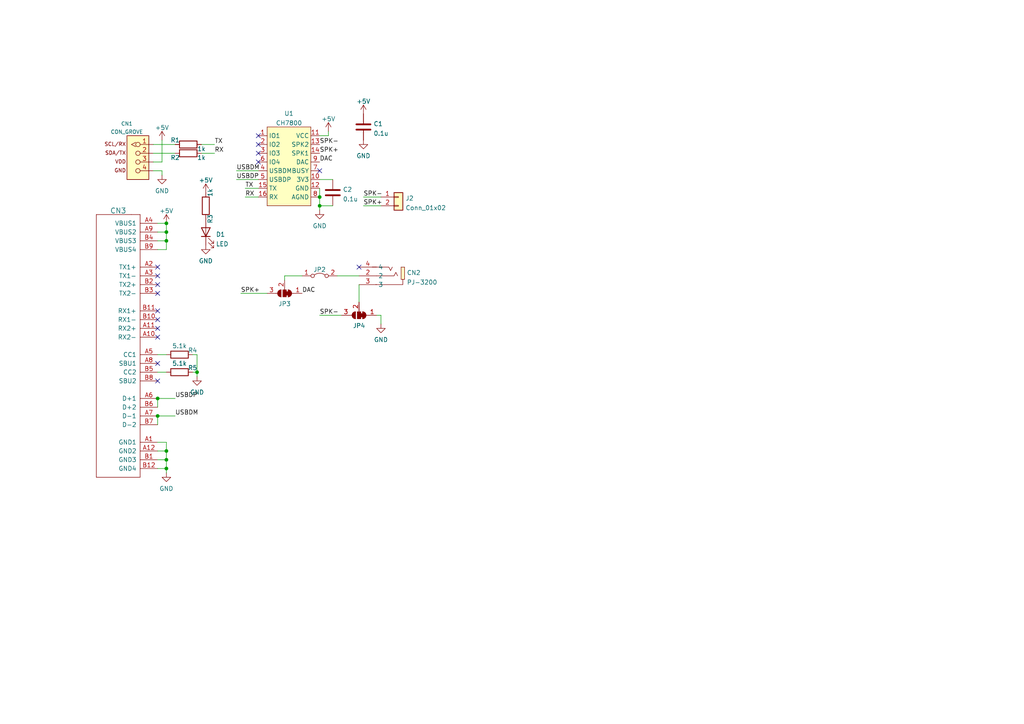
<source format=kicad_sch>
(kicad_sch (version 20211123) (generator eeschema)

  (uuid e63e39d7-6ac0-4ffd-8aa3-1841a4541b55)

  (paper "A4")

  (lib_symbols
    (symbol "Connector_Generic:Conn_01x02" (pin_names (offset 1.016) hide) (in_bom yes) (on_board yes)
      (property "Reference" "J" (id 0) (at 0 2.54 0)
        (effects (font (size 1.27 1.27)))
      )
      (property "Value" "Conn_01x02" (id 1) (at 0 -5.08 0)
        (effects (font (size 1.27 1.27)))
      )
      (property "Footprint" "" (id 2) (at 0 0 0)
        (effects (font (size 1.27 1.27)) hide)
      )
      (property "Datasheet" "~" (id 3) (at 0 0 0)
        (effects (font (size 1.27 1.27)) hide)
      )
      (property "ki_keywords" "connector" (id 4) (at 0 0 0)
        (effects (font (size 1.27 1.27)) hide)
      )
      (property "ki_description" "Generic connector, single row, 01x02, script generated (kicad-library-utils/schlib/autogen/connector/)" (id 5) (at 0 0 0)
        (effects (font (size 1.27 1.27)) hide)
      )
      (property "ki_fp_filters" "Connector*:*_1x??_*" (id 6) (at 0 0 0)
        (effects (font (size 1.27 1.27)) hide)
      )
      (symbol "Conn_01x02_1_1"
        (rectangle (start -1.27 -2.413) (end 0 -2.667)
          (stroke (width 0.1524) (type default) (color 0 0 0 0))
          (fill (type none))
        )
        (rectangle (start -1.27 0.127) (end 0 -0.127)
          (stroke (width 0.1524) (type default) (color 0 0 0 0))
          (fill (type none))
        )
        (rectangle (start -1.27 1.27) (end 1.27 -3.81)
          (stroke (width 0.254) (type default) (color 0 0 0 0))
          (fill (type background))
        )
        (pin passive line (at -5.08 0 0) (length 3.81)
          (name "Pin_1" (effects (font (size 1.27 1.27))))
          (number "1" (effects (font (size 1.27 1.27))))
        )
        (pin passive line (at -5.08 -2.54 0) (length 3.81)
          (name "Pin_2" (effects (font (size 1.27 1.27))))
          (number "2" (effects (font (size 1.27 1.27))))
        )
      )
    )
    (symbol "Device:C" (pin_numbers hide) (pin_names (offset 0.254)) (in_bom yes) (on_board yes)
      (property "Reference" "C" (id 0) (at 0.635 2.54 0)
        (effects (font (size 1.27 1.27)) (justify left))
      )
      (property "Value" "C" (id 1) (at 0.635 -2.54 0)
        (effects (font (size 1.27 1.27)) (justify left))
      )
      (property "Footprint" "" (id 2) (at 0.9652 -3.81 0)
        (effects (font (size 1.27 1.27)) hide)
      )
      (property "Datasheet" "~" (id 3) (at 0 0 0)
        (effects (font (size 1.27 1.27)) hide)
      )
      (property "ki_keywords" "cap capacitor" (id 4) (at 0 0 0)
        (effects (font (size 1.27 1.27)) hide)
      )
      (property "ki_description" "Unpolarized capacitor" (id 5) (at 0 0 0)
        (effects (font (size 1.27 1.27)) hide)
      )
      (property "ki_fp_filters" "C_*" (id 6) (at 0 0 0)
        (effects (font (size 1.27 1.27)) hide)
      )
      (symbol "C_0_1"
        (polyline
          (pts
            (xy -2.032 -0.762)
            (xy 2.032 -0.762)
          )
          (stroke (width 0.508) (type default) (color 0 0 0 0))
          (fill (type none))
        )
        (polyline
          (pts
            (xy -2.032 0.762)
            (xy 2.032 0.762)
          )
          (stroke (width 0.508) (type default) (color 0 0 0 0))
          (fill (type none))
        )
      )
      (symbol "C_1_1"
        (pin passive line (at 0 3.81 270) (length 2.794)
          (name "~" (effects (font (size 1.27 1.27))))
          (number "1" (effects (font (size 1.27 1.27))))
        )
        (pin passive line (at 0 -3.81 90) (length 2.794)
          (name "~" (effects (font (size 1.27 1.27))))
          (number "2" (effects (font (size 1.27 1.27))))
        )
      )
    )
    (symbol "Device:LED" (pin_numbers hide) (pin_names (offset 1.016) hide) (in_bom yes) (on_board yes)
      (property "Reference" "D" (id 0) (at 0 2.54 0)
        (effects (font (size 1.27 1.27)))
      )
      (property "Value" "LED" (id 1) (at 0 -2.54 0)
        (effects (font (size 1.27 1.27)))
      )
      (property "Footprint" "" (id 2) (at 0 0 0)
        (effects (font (size 1.27 1.27)) hide)
      )
      (property "Datasheet" "~" (id 3) (at 0 0 0)
        (effects (font (size 1.27 1.27)) hide)
      )
      (property "ki_keywords" "LED diode" (id 4) (at 0 0 0)
        (effects (font (size 1.27 1.27)) hide)
      )
      (property "ki_description" "Light emitting diode" (id 5) (at 0 0 0)
        (effects (font (size 1.27 1.27)) hide)
      )
      (property "ki_fp_filters" "LED* LED_SMD:* LED_THT:*" (id 6) (at 0 0 0)
        (effects (font (size 1.27 1.27)) hide)
      )
      (symbol "LED_0_1"
        (polyline
          (pts
            (xy -1.27 -1.27)
            (xy -1.27 1.27)
          )
          (stroke (width 0.254) (type default) (color 0 0 0 0))
          (fill (type none))
        )
        (polyline
          (pts
            (xy -1.27 0)
            (xy 1.27 0)
          )
          (stroke (width 0) (type default) (color 0 0 0 0))
          (fill (type none))
        )
        (polyline
          (pts
            (xy 1.27 -1.27)
            (xy 1.27 1.27)
            (xy -1.27 0)
            (xy 1.27 -1.27)
          )
          (stroke (width 0.254) (type default) (color 0 0 0 0))
          (fill (type none))
        )
        (polyline
          (pts
            (xy -3.048 -0.762)
            (xy -4.572 -2.286)
            (xy -3.81 -2.286)
            (xy -4.572 -2.286)
            (xy -4.572 -1.524)
          )
          (stroke (width 0) (type default) (color 0 0 0 0))
          (fill (type none))
        )
        (polyline
          (pts
            (xy -1.778 -0.762)
            (xy -3.302 -2.286)
            (xy -2.54 -2.286)
            (xy -3.302 -2.286)
            (xy -3.302 -1.524)
          )
          (stroke (width 0) (type default) (color 0 0 0 0))
          (fill (type none))
        )
      )
      (symbol "LED_1_1"
        (pin passive line (at -3.81 0 0) (length 2.54)
          (name "K" (effects (font (size 1.27 1.27))))
          (number "1" (effects (font (size 1.27 1.27))))
        )
        (pin passive line (at 3.81 0 180) (length 2.54)
          (name "A" (effects (font (size 1.27 1.27))))
          (number "2" (effects (font (size 1.27 1.27))))
        )
      )
    )
    (symbol "Device:R" (pin_numbers hide) (pin_names (offset 0)) (in_bom yes) (on_board yes)
      (property "Reference" "R" (id 0) (at 2.032 0 90)
        (effects (font (size 1.27 1.27)))
      )
      (property "Value" "R" (id 1) (at 0 0 90)
        (effects (font (size 1.27 1.27)))
      )
      (property "Footprint" "" (id 2) (at -1.778 0 90)
        (effects (font (size 1.27 1.27)) hide)
      )
      (property "Datasheet" "~" (id 3) (at 0 0 0)
        (effects (font (size 1.27 1.27)) hide)
      )
      (property "ki_keywords" "R res resistor" (id 4) (at 0 0 0)
        (effects (font (size 1.27 1.27)) hide)
      )
      (property "ki_description" "Resistor" (id 5) (at 0 0 0)
        (effects (font (size 1.27 1.27)) hide)
      )
      (property "ki_fp_filters" "R_*" (id 6) (at 0 0 0)
        (effects (font (size 1.27 1.27)) hide)
      )
      (symbol "R_0_1"
        (rectangle (start -1.016 -2.54) (end 1.016 2.54)
          (stroke (width 0.254) (type default) (color 0 0 0 0))
          (fill (type none))
        )
      )
      (symbol "R_1_1"
        (pin passive line (at 0 3.81 270) (length 1.27)
          (name "~" (effects (font (size 1.27 1.27))))
          (number "1" (effects (font (size 1.27 1.27))))
        )
        (pin passive line (at 0 -3.81 90) (length 1.27)
          (name "~" (effects (font (size 1.27 1.27))))
          (number "2" (effects (font (size 1.27 1.27))))
        )
      )
    )
    (symbol "Jumper:Jumper_2_Bridged" (pin_names (offset 0) hide) (in_bom yes) (on_board yes)
      (property "Reference" "JP" (id 0) (at 0 1.905 0)
        (effects (font (size 1.27 1.27)))
      )
      (property "Value" "Jumper_2_Bridged" (id 1) (at 0 -2.54 0)
        (effects (font (size 1.27 1.27)))
      )
      (property "Footprint" "" (id 2) (at 0 0 0)
        (effects (font (size 1.27 1.27)) hide)
      )
      (property "Datasheet" "~" (id 3) (at 0 0 0)
        (effects (font (size 1.27 1.27)) hide)
      )
      (property "ki_keywords" "Jumper SPST" (id 4) (at 0 0 0)
        (effects (font (size 1.27 1.27)) hide)
      )
      (property "ki_description" "Jumper, 2-pole, closed/bridged" (id 5) (at 0 0 0)
        (effects (font (size 1.27 1.27)) hide)
      )
      (property "ki_fp_filters" "Jumper* TestPoint*2Pads* TestPoint*Bridge*" (id 6) (at 0 0 0)
        (effects (font (size 1.27 1.27)) hide)
      )
      (symbol "Jumper_2_Bridged_0_0"
        (circle (center -2.032 0) (radius 0.508)
          (stroke (width 0) (type default) (color 0 0 0 0))
          (fill (type none))
        )
        (circle (center 2.032 0) (radius 0.508)
          (stroke (width 0) (type default) (color 0 0 0 0))
          (fill (type none))
        )
      )
      (symbol "Jumper_2_Bridged_0_1"
        (arc (start 1.524 0.254) (mid 0 0.762) (end -1.524 0.254)
          (stroke (width 0) (type default) (color 0 0 0 0))
          (fill (type none))
        )
      )
      (symbol "Jumper_2_Bridged_1_1"
        (pin passive line (at -5.08 0 0) (length 2.54)
          (name "A" (effects (font (size 1.27 1.27))))
          (number "1" (effects (font (size 1.27 1.27))))
        )
        (pin passive line (at 5.08 0 180) (length 2.54)
          (name "B" (effects (font (size 1.27 1.27))))
          (number "2" (effects (font (size 1.27 1.27))))
        )
      )
    )
    (symbol "Jumper:SolderJumper_3_Bridged12" (pin_names (offset 0) hide) (in_bom yes) (on_board yes)
      (property "Reference" "JP" (id 0) (at -2.54 -2.54 0)
        (effects (font (size 1.27 1.27)))
      )
      (property "Value" "SolderJumper_3_Bridged12" (id 1) (at 0 2.794 0)
        (effects (font (size 1.27 1.27)))
      )
      (property "Footprint" "" (id 2) (at 0 0 0)
        (effects (font (size 1.27 1.27)) hide)
      )
      (property "Datasheet" "~" (id 3) (at 0 0 0)
        (effects (font (size 1.27 1.27)) hide)
      )
      (property "ki_keywords" "Solder Jumper SPDT" (id 4) (at 0 0 0)
        (effects (font (size 1.27 1.27)) hide)
      )
      (property "ki_description" "3-pole Solder Jumper, pins 1+2 closed/bridged" (id 5) (at 0 0 0)
        (effects (font (size 1.27 1.27)) hide)
      )
      (property "ki_fp_filters" "SolderJumper*Bridged12*" (id 6) (at 0 0 0)
        (effects (font (size 1.27 1.27)) hide)
      )
      (symbol "SolderJumper_3_Bridged12_0_1"
        (rectangle (start -1.016 0.508) (end -0.508 -0.508)
          (stroke (width 0) (type default) (color 0 0 0 0))
          (fill (type outline))
        )
        (arc (start -1.016 1.016) (mid -2.032 0) (end -1.016 -1.016)
          (stroke (width 0) (type default) (color 0 0 0 0))
          (fill (type none))
        )
        (arc (start -1.016 1.016) (mid -2.032 0) (end -1.016 -1.016)
          (stroke (width 0) (type default) (color 0 0 0 0))
          (fill (type outline))
        )
        (rectangle (start -0.508 1.016) (end 0.508 -1.016)
          (stroke (width 0) (type default) (color 0 0 0 0))
          (fill (type outline))
        )
        (polyline
          (pts
            (xy -2.54 0)
            (xy -2.032 0)
          )
          (stroke (width 0) (type default) (color 0 0 0 0))
          (fill (type none))
        )
        (polyline
          (pts
            (xy -1.016 1.016)
            (xy -1.016 -1.016)
          )
          (stroke (width 0) (type default) (color 0 0 0 0))
          (fill (type none))
        )
        (polyline
          (pts
            (xy 0 -1.27)
            (xy 0 -1.016)
          )
          (stroke (width 0) (type default) (color 0 0 0 0))
          (fill (type none))
        )
        (polyline
          (pts
            (xy 1.016 1.016)
            (xy 1.016 -1.016)
          )
          (stroke (width 0) (type default) (color 0 0 0 0))
          (fill (type none))
        )
        (polyline
          (pts
            (xy 2.54 0)
            (xy 2.032 0)
          )
          (stroke (width 0) (type default) (color 0 0 0 0))
          (fill (type none))
        )
        (arc (start 1.016 -1.016) (mid 2.032 0) (end 1.016 1.016)
          (stroke (width 0) (type default) (color 0 0 0 0))
          (fill (type none))
        )
        (arc (start 1.016 -1.016) (mid 2.032 0) (end 1.016 1.016)
          (stroke (width 0) (type default) (color 0 0 0 0))
          (fill (type outline))
        )
      )
      (symbol "SolderJumper_3_Bridged12_1_1"
        (pin passive line (at -5.08 0 0) (length 2.54)
          (name "A" (effects (font (size 1.27 1.27))))
          (number "1" (effects (font (size 1.27 1.27))))
        )
        (pin input line (at 0 -3.81 90) (length 2.54)
          (name "C" (effects (font (size 1.27 1.27))))
          (number "2" (effects (font (size 1.27 1.27))))
        )
        (pin passive line (at 5.08 0 180) (length 2.54)
          (name "B" (effects (font (size 1.27 1.27))))
          (number "3" (effects (font (size 1.27 1.27))))
        )
      )
    )
    (symbol "akita:CH7800" (in_bom yes) (on_board yes)
      (property "Reference" "U" (id 0) (at 4.445 -12.7 0)
        (effects (font (size 1.27 1.27)))
      )
      (property "Value" "CH7800" (id 1) (at 0 12.7 0)
        (effects (font (size 1.27 1.27)))
      )
      (property "Footprint" "Package_SO:SOP-16_4.4x10.4mm_P1.27mm" (id 2) (at -13.97 1.27 0)
        (effects (font (size 1.27 1.27)) hide)
      )
      (property "Datasheet" "" (id 3) (at -13.97 1.905 0)
        (effects (font (size 1.27 1.27)) hide)
      )
      (symbol "CH7800_0_1"
        (rectangle (start -6.35 11.43) (end 6.35 -11.43)
          (stroke (width 0.1524) (type default) (color 0 0 0 0))
          (fill (type background))
        )
      )
      (symbol "CH7800_1_1"
        (pin input line (at -8.89 8.89 0) (length 2.54)
          (name "IO1" (effects (font (size 1.27 1.27))))
          (number "1" (effects (font (size 1.27 1.27))))
        )
        (pin power_out line (at 8.89 -3.81 180) (length 2.54)
          (name "3V3" (effects (font (size 1.27 1.27))))
          (number "10" (effects (font (size 1.27 1.27))))
        )
        (pin power_in line (at 8.89 8.89 180) (length 2.54)
          (name "VCC" (effects (font (size 1.27 1.27))))
          (number "11" (effects (font (size 1.27 1.27))))
        )
        (pin power_in line (at 8.89 -6.35 180) (length 2.54)
          (name "GND" (effects (font (size 1.27 1.27))))
          (number "12" (effects (font (size 1.27 1.27))))
        )
        (pin output line (at 8.89 6.35 180) (length 2.54)
          (name "SPK2" (effects (font (size 1.27 1.27))))
          (number "13" (effects (font (size 1.27 1.27))))
        )
        (pin output line (at 8.89 3.81 180) (length 2.54)
          (name "SPK1" (effects (font (size 1.27 1.27))))
          (number "14" (effects (font (size 1.27 1.27))))
        )
        (pin output line (at -8.89 -6.35 0) (length 2.54)
          (name "TX" (effects (font (size 1.27 1.27))))
          (number "15" (effects (font (size 1.27 1.27))))
        )
        (pin input line (at -8.89 -8.89 0) (length 2.54)
          (name "RX" (effects (font (size 1.27 1.27))))
          (number "16" (effects (font (size 1.27 1.27))))
        )
        (pin input line (at -8.89 6.35 0) (length 2.54)
          (name "IO2" (effects (font (size 1.27 1.27))))
          (number "2" (effects (font (size 1.27 1.27))))
        )
        (pin input line (at -8.89 3.81 0) (length 2.54)
          (name "IO3" (effects (font (size 1.27 1.27))))
          (number "3" (effects (font (size 1.27 1.27))))
        )
        (pin input line (at -8.89 -1.27 0) (length 2.54)
          (name "USBDM" (effects (font (size 1.27 1.27))))
          (number "4" (effects (font (size 1.27 1.27))))
        )
        (pin input line (at -8.89 -3.81 0) (length 2.54)
          (name "USBDP" (effects (font (size 1.27 1.27))))
          (number "5" (effects (font (size 1.27 1.27))))
        )
        (pin input line (at -8.89 1.27 0) (length 2.54)
          (name "IO4" (effects (font (size 1.27 1.27))))
          (number "6" (effects (font (size 1.27 1.27))))
        )
        (pin output line (at 8.89 -1.27 180) (length 2.54)
          (name "BUSY" (effects (font (size 1.27 1.27))))
          (number "7" (effects (font (size 1.27 1.27))))
        )
        (pin power_in line (at 8.89 -8.89 180) (length 2.54)
          (name "AGND" (effects (font (size 1.27 1.27))))
          (number "8" (effects (font (size 1.27 1.27))))
        )
        (pin output line (at 8.89 1.27 180) (length 2.54)
          (name "DAC" (effects (font (size 1.27 1.27))))
          (number "9" (effects (font (size 1.27 1.27))))
        )
      )
    )
    (symbol "akita:CON_GROVE" (pin_names (offset 1.016)) (in_bom yes) (on_board yes)
      (property "Reference" "CN" (id 0) (at 0 3.81 0)
        (effects (font (size 1.0668 1.0668)) (justify left bottom))
      )
      (property "Value" "CON_GROVE" (id 1) (at 3.81 -5.08 90)
        (effects (font (size 1.0668 1.0668)) (justify left bottom))
      )
      (property "Footprint" "" (id 2) (at 0 0 0)
        (effects (font (size 1.27 1.27)) hide)
      )
      (property "Datasheet" "" (id 3) (at 0 0 0)
        (effects (font (size 1.27 1.27)) hide)
      )
      (property "ki_locked" "" (id 4) (at 0 0 0)
        (effects (font (size 1.27 1.27)))
      )
      (symbol "CON_GROVE_1_0"
        (text "GND" (at 5.334 -5.588 0)
          (effects (font (size 1.0668 1.0668)) (justify left bottom))
        )
        (text "SCL/RX" (at 5.334 2.032 0)
          (effects (font (size 1.0668 1.0668)) (justify left bottom))
        )
        (text "SDA/TX" (at 5.334 -0.508 0)
          (effects (font (size 1.0668 1.0668)) (justify left bottom))
        )
        (text "VDD" (at 5.334 -3.048 0)
          (effects (font (size 1.0668 1.0668)) (justify left bottom))
        )
        (pin bidirectional inverted_clock (at -2.54 2.54 0) (length 5.08)
          (name "1" (effects (font (size 0 0))))
          (number "1" (effects (font (size 1.27 1.27))))
        )
        (pin bidirectional inverted (at -2.54 0 0) (length 5.08)
          (name "2" (effects (font (size 0 0))))
          (number "2" (effects (font (size 1.27 1.27))))
        )
        (pin bidirectional inverted (at -2.54 -2.54 0) (length 5.08)
          (name "3" (effects (font (size 0 0))))
          (number "3" (effects (font (size 1.27 1.27))))
        )
        (pin bidirectional inverted (at -2.54 -5.08 0) (length 5.08)
          (name "4" (effects (font (size 0 0))))
          (number "4" (effects (font (size 1.27 1.27))))
        )
      )
      (symbol "CON_GROVE_1_1"
        (rectangle (start -1.27 5.08) (end 5.08 -7.62)
          (stroke (width 0.2032) (type default) (color 0 0 0 0))
          (fill (type background))
        )
      )
    )
    (symbol "akita:CON_USB-CPCBPLUG" (pin_names (offset 1.016)) (in_bom yes) (on_board yes)
      (property "Reference" "CN" (id 0) (at -5.08 -40.64 0)
        (effects (font (size 1.4986 1.4986)) (justify left bottom))
      )
      (property "Value" "CON_USB-CPCBPLUG" (id 1) (at 0 0 0)
        (effects (font (size 1.27 1.27)) hide)
      )
      (property "Footprint" "" (id 2) (at 0 0 0)
        (effects (font (size 1.27 1.27)) hide)
      )
      (property "Datasheet" "" (id 3) (at 0 0 0)
        (effects (font (size 1.27 1.27)) hide)
      )
      (property "ki_locked" "" (id 4) (at 0 0 0)
        (effects (font (size 1.27 1.27)))
      )
      (symbol "CON_USB-CPCBPLUG_1_0"
        (polyline
          (pts
            (xy -5.08 -38.1)
            (xy -5.08 38.1)
          )
          (stroke (width 0) (type default) (color 0 0 0 0))
          (fill (type background))
        )
        (polyline
          (pts
            (xy -5.08 38.1)
            (xy -2.54 38.1)
          )
          (stroke (width 0) (type default) (color 0 0 0 0))
          (fill (type none))
        )
        (polyline
          (pts
            (xy -2.54 38.1)
            (xy 7.62 38.1)
          )
          (stroke (width 0) (type default) (color 0 0 0 0))
          (fill (type none))
        )
        (polyline
          (pts
            (xy 7.62 -38.1)
            (xy -5.08 -38.1)
          )
          (stroke (width 0) (type default) (color 0 0 0 0))
          (fill (type none))
        )
        (polyline
          (pts
            (xy 7.62 38.1)
            (xy 7.62 -38.1)
          )
          (stroke (width 0) (type default) (color 0 0 0 0))
          (fill (type none))
        )
        (pin bidirectional line (at -10.16 -27.94 0) (length 5.08)
          (name "GND1" (effects (font (size 1.27 1.27))))
          (number "A1" (effects (font (size 1.27 1.27))))
        )
        (pin bidirectional line (at -10.16 2.54 0) (length 5.08)
          (name "RX2-" (effects (font (size 1.27 1.27))))
          (number "A10" (effects (font (size 1.27 1.27))))
        )
        (pin bidirectional line (at -10.16 5.08 0) (length 5.08)
          (name "RX2+" (effects (font (size 1.27 1.27))))
          (number "A11" (effects (font (size 1.27 1.27))))
        )
        (pin bidirectional line (at -10.16 -30.48 0) (length 5.08)
          (name "GND2" (effects (font (size 1.27 1.27))))
          (number "A12" (effects (font (size 1.27 1.27))))
        )
        (pin bidirectional line (at -10.16 22.86 0) (length 5.08)
          (name "TX1+" (effects (font (size 1.27 1.27))))
          (number "A2" (effects (font (size 1.27 1.27))))
        )
        (pin bidirectional line (at -10.16 20.32 0) (length 5.08)
          (name "TX1-" (effects (font (size 1.27 1.27))))
          (number "A3" (effects (font (size 1.27 1.27))))
        )
        (pin bidirectional line (at -10.16 35.56 0) (length 5.08)
          (name "VBUS1" (effects (font (size 1.27 1.27))))
          (number "A4" (effects (font (size 1.27 1.27))))
        )
        (pin bidirectional line (at -10.16 -2.54 0) (length 5.08)
          (name "CC1" (effects (font (size 1.27 1.27))))
          (number "A5" (effects (font (size 1.27 1.27))))
        )
        (pin bidirectional line (at -10.16 -15.24 0) (length 5.08)
          (name "D+1" (effects (font (size 1.27 1.27))))
          (number "A6" (effects (font (size 1.27 1.27))))
        )
        (pin bidirectional line (at -10.16 -20.32 0) (length 5.08)
          (name "D-1" (effects (font (size 1.27 1.27))))
          (number "A7" (effects (font (size 1.27 1.27))))
        )
        (pin bidirectional line (at -10.16 -5.08 0) (length 5.08)
          (name "SBU1" (effects (font (size 1.27 1.27))))
          (number "A8" (effects (font (size 1.27 1.27))))
        )
        (pin bidirectional line (at -10.16 33.02 0) (length 5.08)
          (name "VBUS2" (effects (font (size 1.27 1.27))))
          (number "A9" (effects (font (size 1.27 1.27))))
        )
        (pin bidirectional line (at -10.16 -33.02 0) (length 5.08)
          (name "GND3" (effects (font (size 1.27 1.27))))
          (number "B1" (effects (font (size 1.27 1.27))))
        )
        (pin bidirectional line (at -10.16 7.62 0) (length 5.08)
          (name "RX1-" (effects (font (size 1.27 1.27))))
          (number "B10" (effects (font (size 1.27 1.27))))
        )
        (pin bidirectional line (at -10.16 10.16 0) (length 5.08)
          (name "RX1+" (effects (font (size 1.27 1.27))))
          (number "B11" (effects (font (size 1.27 1.27))))
        )
        (pin bidirectional line (at -10.16 -35.56 0) (length 5.08)
          (name "GND4" (effects (font (size 1.27 1.27))))
          (number "B12" (effects (font (size 1.27 1.27))))
        )
        (pin bidirectional line (at -10.16 17.78 0) (length 5.08)
          (name "TX2+" (effects (font (size 1.27 1.27))))
          (number "B2" (effects (font (size 1.27 1.27))))
        )
        (pin bidirectional line (at -10.16 15.24 0) (length 5.08)
          (name "TX2-" (effects (font (size 1.27 1.27))))
          (number "B3" (effects (font (size 1.27 1.27))))
        )
        (pin bidirectional line (at -10.16 30.48 0) (length 5.08)
          (name "VBUS3" (effects (font (size 1.27 1.27))))
          (number "B4" (effects (font (size 1.27 1.27))))
        )
        (pin bidirectional line (at -10.16 -7.62 0) (length 5.08)
          (name "CC2" (effects (font (size 1.27 1.27))))
          (number "B5" (effects (font (size 1.27 1.27))))
        )
        (pin bidirectional line (at -10.16 -17.78 0) (length 5.08)
          (name "D+2" (effects (font (size 1.27 1.27))))
          (number "B6" (effects (font (size 1.27 1.27))))
        )
        (pin bidirectional line (at -10.16 -22.86 0) (length 5.08)
          (name "D-2" (effects (font (size 1.27 1.27))))
          (number "B7" (effects (font (size 1.27 1.27))))
        )
        (pin bidirectional line (at -10.16 -10.16 0) (length 5.08)
          (name "SBU2" (effects (font (size 1.27 1.27))))
          (number "B8" (effects (font (size 1.27 1.27))))
        )
        (pin bidirectional line (at -10.16 27.94 0) (length 5.08)
          (name "VBUS4" (effects (font (size 1.27 1.27))))
          (number "B9" (effects (font (size 1.27 1.27))))
        )
      )
    )
    (symbol "libLCSC:PJ-3200" (in_bom yes) (on_board yes)
      (property "Reference" "CN" (id 0) (at 0 7.62 0)
        (effects (font (size 1.27 1.27)))
      )
      (property "Value" "PJ-3200" (id 1) (at 0 -7.62 0)
        (effects (font (size 1.27 1.27)))
      )
      (property "Footprint" "libLCSC:AUDIO-TH_PJ-3200" (id 2) (at 0 -10.16 0)
        (effects (font (size 1.27 1.27)) hide)
      )
      (property "Datasheet" "" (id 3) (at 0 0 0)
        (effects (font (size 1.27 1.27)) hide)
      )
      (property "LCSC Part" "C2689690" (id 4) (at 0 -12.7 0)
        (effects (font (size 1.27 1.27)) hide)
      )
      (symbol "PJ-3200_0_1"
        (rectangle (start -5.59 1.02) (end -4.57 -2.54)
          (stroke (width 0) (type default) (color 0 0 0 0))
          (fill (type background))
        )
        (polyline
          (pts
            (xy 2.79 2.54)
            (xy -5.08 2.54)
            (xy -5.08 1.02)
          )
          (stroke (width 0) (type default) (color 0 0 0 0))
          (fill (type none))
        )
        (polyline
          (pts
            (xy 2.54 0)
            (xy -2.54 0)
            (xy -3.05 -1.02)
            (xy -3.56 0)
          )
          (stroke (width 0) (type default) (color 0 0 0 0))
          (fill (type none))
        )
        (polyline
          (pts
            (xy 3.81 -2.54)
            (xy -1.02 -2.54)
            (xy -1.52 -1.52)
            (xy -2.03 -2.54)
          )
          (stroke (width 0) (type default) (color 0 0 0 0))
          (fill (type none))
        )
        (pin unspecified line (at 7.62 0 180) (length 5.08)
          (name "2" (effects (font (size 1.27 1.27))))
          (number "2" (effects (font (size 1.27 1.27))))
        )
        (pin unspecified line (at 7.62 2.54 180) (length 5.08)
          (name "3" (effects (font (size 1.27 1.27))))
          (number "3" (effects (font (size 1.27 1.27))))
        )
        (pin unspecified line (at 7.62 -2.54 180) (length 5.08)
          (name "4" (effects (font (size 1.27 1.27))))
          (number "4" (effects (font (size 1.27 1.27))))
        )
      )
    )
    (symbol "power:+5V" (power) (pin_names (offset 0)) (in_bom yes) (on_board yes)
      (property "Reference" "#PWR" (id 0) (at 0 -3.81 0)
        (effects (font (size 1.27 1.27)) hide)
      )
      (property "Value" "+5V" (id 1) (at 0 3.556 0)
        (effects (font (size 1.27 1.27)))
      )
      (property "Footprint" "" (id 2) (at 0 0 0)
        (effects (font (size 1.27 1.27)) hide)
      )
      (property "Datasheet" "" (id 3) (at 0 0 0)
        (effects (font (size 1.27 1.27)) hide)
      )
      (property "ki_keywords" "power-flag" (id 4) (at 0 0 0)
        (effects (font (size 1.27 1.27)) hide)
      )
      (property "ki_description" "Power symbol creates a global label with name \"+5V\"" (id 5) (at 0 0 0)
        (effects (font (size 1.27 1.27)) hide)
      )
      (symbol "+5V_0_1"
        (polyline
          (pts
            (xy -0.762 1.27)
            (xy 0 2.54)
          )
          (stroke (width 0) (type default) (color 0 0 0 0))
          (fill (type none))
        )
        (polyline
          (pts
            (xy 0 0)
            (xy 0 2.54)
          )
          (stroke (width 0) (type default) (color 0 0 0 0))
          (fill (type none))
        )
        (polyline
          (pts
            (xy 0 2.54)
            (xy 0.762 1.27)
          )
          (stroke (width 0) (type default) (color 0 0 0 0))
          (fill (type none))
        )
      )
      (symbol "+5V_1_1"
        (pin power_in line (at 0 0 90) (length 0) hide
          (name "+5V" (effects (font (size 1.27 1.27))))
          (number "1" (effects (font (size 1.27 1.27))))
        )
      )
    )
    (symbol "power:GND" (power) (pin_names (offset 0)) (in_bom yes) (on_board yes)
      (property "Reference" "#PWR" (id 0) (at 0 -6.35 0)
        (effects (font (size 1.27 1.27)) hide)
      )
      (property "Value" "GND" (id 1) (at 0 -3.81 0)
        (effects (font (size 1.27 1.27)))
      )
      (property "Footprint" "" (id 2) (at 0 0 0)
        (effects (font (size 1.27 1.27)) hide)
      )
      (property "Datasheet" "" (id 3) (at 0 0 0)
        (effects (font (size 1.27 1.27)) hide)
      )
      (property "ki_keywords" "power-flag" (id 4) (at 0 0 0)
        (effects (font (size 1.27 1.27)) hide)
      )
      (property "ki_description" "Power symbol creates a global label with name \"GND\" , ground" (id 5) (at 0 0 0)
        (effects (font (size 1.27 1.27)) hide)
      )
      (symbol "GND_0_1"
        (polyline
          (pts
            (xy 0 0)
            (xy 0 -1.27)
            (xy 1.27 -1.27)
            (xy 0 -2.54)
            (xy -1.27 -1.27)
            (xy 0 -1.27)
          )
          (stroke (width 0) (type default) (color 0 0 0 0))
          (fill (type none))
        )
      )
      (symbol "GND_1_1"
        (pin power_in line (at 0 0 270) (length 0) hide
          (name "GND" (effects (font (size 1.27 1.27))))
          (number "1" (effects (font (size 1.27 1.27))))
        )
      )
    )
  )

  (junction (at 48.26 64.77) (diameter 0) (color 0 0 0 0)
    (uuid 54ab4fad-a23a-4c9b-90de-15e0843171df)
  )
  (junction (at 45.72 115.57) (diameter 0) (color 0 0 0 0)
    (uuid 8fac5cad-6e7a-4f13-8072-2456ff07c3ce)
  )
  (junction (at 92.71 59.69) (diameter 0) (color 0 0 0 0)
    (uuid aacc93f3-5367-49cf-a9ce-5b09e12c1e09)
  )
  (junction (at 48.26 67.31) (diameter 0) (color 0 0 0 0)
    (uuid acc0ef6e-a5d0-4ae2-9658-5d2bf056b436)
  )
  (junction (at 48.26 135.89) (diameter 0) (color 0 0 0 0)
    (uuid c0306822-8654-44d8-9a32-6bf0ff537ee4)
  )
  (junction (at 48.26 130.81) (diameter 0) (color 0 0 0 0)
    (uuid c1cbd75f-bf62-4ede-ba0f-7879558c5066)
  )
  (junction (at 48.26 133.35) (diameter 0) (color 0 0 0 0)
    (uuid c7bc59a3-aec5-4de2-96a0-b199ad140a5d)
  )
  (junction (at 45.72 120.65) (diameter 0) (color 0 0 0 0)
    (uuid df326b0c-af9f-428c-a160-a6f0ab710b85)
  )
  (junction (at 57.15 107.95) (diameter 0) (color 0 0 0 0)
    (uuid e474c3ff-0039-42b7-abac-89ac971c5fca)
  )
  (junction (at 92.71 57.15) (diameter 0) (color 0 0 0 0)
    (uuid e4d96b57-3ff3-44bc-a107-db976845ef21)
  )
  (junction (at 48.26 69.85) (diameter 0) (color 0 0 0 0)
    (uuid fde17712-9196-41da-be5b-4cb7e41fece2)
  )

  (no_connect (at 45.72 105.41) (uuid 22e4ea4f-10c6-4a0c-90d3-3b953e1e3854))
  (no_connect (at 74.93 41.91) (uuid 236ed0e2-ff56-42e3-aeeb-91a99fca6264))
  (no_connect (at 74.93 46.99) (uuid 2f12efeb-c08b-488a-a03e-9adb711e14cb))
  (no_connect (at 104.14 77.47) (uuid 3212fb31-6c72-4476-a39a-a9c0b82ecb0b))
  (no_connect (at 45.72 97.79) (uuid 3eb6f223-905e-4ecf-8000-7a902f734c6d))
  (no_connect (at 45.72 95.25) (uuid 3ff8a0b5-2f62-43c4-91fa-92e384d4acb9))
  (no_connect (at 74.93 39.37) (uuid 56e25f76-42a4-439d-8df3-84200dcb1525))
  (no_connect (at 92.71 49.53) (uuid 573e4a99-ca27-44e4-adf6-bd7d13f435b8))
  (no_connect (at 45.72 92.71) (uuid 6fbe5d8d-e43a-4207-a531-c4dfe41759ce))
  (no_connect (at 45.72 77.47) (uuid 74aea128-22a0-4a20-a85b-a3fb21fa9864))
  (no_connect (at 45.72 85.09) (uuid 7b7e213f-86ba-46e4-a2d6-48bd276133ca))
  (no_connect (at 45.72 90.17) (uuid 9c826612-05e7-4bbf-a78f-ab48875e1b51))
  (no_connect (at 45.72 110.49) (uuid a3d75e2c-31b5-4870-b12d-a34a847e3ebb))
  (no_connect (at 45.72 82.55) (uuid b38021f9-c806-4314-adc5-4bfa33281bec))
  (no_connect (at 74.93 44.45) (uuid cd4af63e-8d5d-4829-b7f4-de3802ed33f4))
  (no_connect (at 45.72 80.01) (uuid f7039b87-20a9-4aeb-a22d-eca63cdec9b4))

  (wire (pts (xy 44.45 41.91) (xy 50.8 41.91))
    (stroke (width 0) (type default) (color 0 0 0 0))
    (uuid 06223826-442d-48ae-af5b-7e727ec15539)
  )
  (wire (pts (xy 45.72 120.65) (xy 50.8 120.65))
    (stroke (width 0) (type default) (color 0 0 0 0))
    (uuid 068461ab-f560-4ada-b694-593c3e61dba5)
  )
  (wire (pts (xy 44.45 46.99) (xy 46.99 46.99))
    (stroke (width 0) (type default) (color 0 0 0 0))
    (uuid 09dc67ce-a08f-4604-99ef-e020af068ae8)
  )
  (wire (pts (xy 45.72 120.65) (xy 45.72 123.19))
    (stroke (width 0) (type default) (color 0 0 0 0))
    (uuid 0b92809b-d176-4af4-a2a4-e98b7f81352e)
  )
  (wire (pts (xy 48.26 128.27) (xy 48.26 130.81))
    (stroke (width 0) (type default) (color 0 0 0 0))
    (uuid 0d03bfbe-b072-45de-9b76-6b26f9e65c5e)
  )
  (wire (pts (xy 45.72 115.57) (xy 45.72 118.11))
    (stroke (width 0) (type default) (color 0 0 0 0))
    (uuid 0fc12fbe-b257-46aa-b7d1-35c7887c0417)
  )
  (wire (pts (xy 48.26 64.77) (xy 48.26 67.31))
    (stroke (width 0) (type default) (color 0 0 0 0))
    (uuid 1263cdc5-bc28-443a-ba35-caf2eecff4f6)
  )
  (wire (pts (xy 82.55 80.01) (xy 82.55 81.28))
    (stroke (width 0) (type default) (color 0 0 0 0))
    (uuid 1e36c885-4087-41dd-9b6d-862e3e035658)
  )
  (wire (pts (xy 71.12 57.15) (xy 74.93 57.15))
    (stroke (width 0) (type default) (color 0 0 0 0))
    (uuid 1ef15032-a886-4e84-afa7-f290317637b5)
  )
  (wire (pts (xy 45.72 133.35) (xy 48.26 133.35))
    (stroke (width 0) (type default) (color 0 0 0 0))
    (uuid 21f36eb5-aadd-4ff0-9df3-d1be5a499771)
  )
  (wire (pts (xy 95.25 39.37) (xy 95.25 38.1))
    (stroke (width 0) (type default) (color 0 0 0 0))
    (uuid 23e40eaa-bc37-4542-ad59-33ac912b7b4b)
  )
  (wire (pts (xy 45.72 107.95) (xy 48.26 107.95))
    (stroke (width 0) (type default) (color 0 0 0 0))
    (uuid 2fb33bfa-ab6b-4f5f-a590-8845620c57a7)
  )
  (wire (pts (xy 45.72 135.89) (xy 48.26 135.89))
    (stroke (width 0) (type default) (color 0 0 0 0))
    (uuid 3adc957d-abba-4899-8afd-059e1885447c)
  )
  (wire (pts (xy 46.99 49.53) (xy 46.99 50.8))
    (stroke (width 0) (type default) (color 0 0 0 0))
    (uuid 3d441e70-a2bc-4b91-b5fb-ae9fda0d80af)
  )
  (wire (pts (xy 45.72 69.85) (xy 48.26 69.85))
    (stroke (width 0) (type default) (color 0 0 0 0))
    (uuid 3e78334a-76d9-456e-9704-a5183b512842)
  )
  (wire (pts (xy 44.45 44.45) (xy 50.8 44.45))
    (stroke (width 0) (type default) (color 0 0 0 0))
    (uuid 3fdd0d26-7a56-4f39-9e86-2900324eaa10)
  )
  (wire (pts (xy 68.58 49.53) (xy 74.93 49.53))
    (stroke (width 0) (type default) (color 0 0 0 0))
    (uuid 420d787d-b9f6-4e0e-91ad-db059dfb8022)
  )
  (wire (pts (xy 45.72 64.77) (xy 48.26 64.77))
    (stroke (width 0) (type default) (color 0 0 0 0))
    (uuid 4aa658b1-cb99-45ff-985b-83e40c6faa12)
  )
  (wire (pts (xy 87.63 80.01) (xy 82.55 80.01))
    (stroke (width 0) (type default) (color 0 0 0 0))
    (uuid 4bb17da8-77f2-4d1d-ac38-0a6fd0639e98)
  )
  (wire (pts (xy 92.71 39.37) (xy 95.25 39.37))
    (stroke (width 0) (type default) (color 0 0 0 0))
    (uuid 4f407e08-fb7b-42ad-b9f4-b217f8202903)
  )
  (wire (pts (xy 92.71 59.69) (xy 92.71 60.96))
    (stroke (width 0) (type default) (color 0 0 0 0))
    (uuid 54cff069-a772-47ac-b94b-4b861c88ad75)
  )
  (wire (pts (xy 48.26 133.35) (xy 48.26 135.89))
    (stroke (width 0) (type default) (color 0 0 0 0))
    (uuid 5bfe642d-13d0-485f-b259-218745996593)
  )
  (wire (pts (xy 71.12 54.61) (xy 74.93 54.61))
    (stroke (width 0) (type default) (color 0 0 0 0))
    (uuid 5ce46d3d-fdd8-4da3-a55e-fbdf29d48123)
  )
  (wire (pts (xy 92.71 59.69) (xy 96.52 59.69))
    (stroke (width 0) (type default) (color 0 0 0 0))
    (uuid 5daddd4b-f66e-491d-833e-d67afe05ccd7)
  )
  (wire (pts (xy 109.22 91.44) (xy 110.49 91.44))
    (stroke (width 0) (type default) (color 0 0 0 0))
    (uuid 5f92f10d-10db-4293-b746-7b3b3d080c37)
  )
  (wire (pts (xy 48.26 130.81) (xy 48.26 133.35))
    (stroke (width 0) (type default) (color 0 0 0 0))
    (uuid 65f0d96e-065d-480a-a525-df42800bfad7)
  )
  (wire (pts (xy 46.99 46.99) (xy 46.99 40.64))
    (stroke (width 0) (type default) (color 0 0 0 0))
    (uuid 6ab4b095-96c9-4f99-965f-e6301c30e29b)
  )
  (wire (pts (xy 92.71 52.07) (xy 96.52 52.07))
    (stroke (width 0) (type default) (color 0 0 0 0))
    (uuid 89dd6cef-9682-496d-9d3c-46b557a5d343)
  )
  (wire (pts (xy 69.85 85.09) (xy 77.47 85.09))
    (stroke (width 0) (type default) (color 0 0 0 0))
    (uuid 8a09d412-6b08-4dcb-9aec-a394348f8a54)
  )
  (wire (pts (xy 57.15 107.95) (xy 57.15 109.22))
    (stroke (width 0) (type default) (color 0 0 0 0))
    (uuid 98fc62a3-4468-46c5-ac7a-bfbb683be45a)
  )
  (wire (pts (xy 105.41 59.69) (xy 110.49 59.69))
    (stroke (width 0) (type default) (color 0 0 0 0))
    (uuid a5758e59-3232-495c-918a-8e7cdc0af476)
  )
  (wire (pts (xy 57.15 102.87) (xy 57.15 107.95))
    (stroke (width 0) (type default) (color 0 0 0 0))
    (uuid a6e78f67-9fa9-48a0-9b56-767d0ad6f024)
  )
  (wire (pts (xy 45.72 128.27) (xy 48.26 128.27))
    (stroke (width 0) (type default) (color 0 0 0 0))
    (uuid ae5ef6d5-c995-4b81-934c-501872ce6752)
  )
  (wire (pts (xy 45.72 67.31) (xy 48.26 67.31))
    (stroke (width 0) (type default) (color 0 0 0 0))
    (uuid b2d7e3ce-20a7-4f6b-9f2d-a0ac35d9d422)
  )
  (wire (pts (xy 55.88 107.95) (xy 57.15 107.95))
    (stroke (width 0) (type default) (color 0 0 0 0))
    (uuid b6e8f9b0-789f-47ee-b97a-eeda03eaccd5)
  )
  (wire (pts (xy 58.42 44.45) (xy 62.23 44.45))
    (stroke (width 0) (type default) (color 0 0 0 0))
    (uuid b82e839d-feff-485f-a698-8db273695973)
  )
  (wire (pts (xy 45.72 72.39) (xy 48.26 72.39))
    (stroke (width 0) (type default) (color 0 0 0 0))
    (uuid b92497ec-498f-4f47-9b5a-9d2e5bf95957)
  )
  (wire (pts (xy 44.45 49.53) (xy 46.99 49.53))
    (stroke (width 0) (type default) (color 0 0 0 0))
    (uuid ba089bdb-62a5-49bd-9552-c310da9952f3)
  )
  (wire (pts (xy 110.49 91.44) (xy 110.49 93.98))
    (stroke (width 0) (type default) (color 0 0 0 0))
    (uuid bcd98a63-3729-4f2a-96c6-fc3dbba12c97)
  )
  (wire (pts (xy 45.72 130.81) (xy 48.26 130.81))
    (stroke (width 0) (type default) (color 0 0 0 0))
    (uuid bfb74672-6b68-4a03-bed5-e3979f6755e4)
  )
  (wire (pts (xy 68.58 52.07) (xy 74.93 52.07))
    (stroke (width 0) (type default) (color 0 0 0 0))
    (uuid c4126595-b63b-4f92-b869-ca1af8a4c91b)
  )
  (wire (pts (xy 48.26 69.85) (xy 48.26 72.39))
    (stroke (width 0) (type default) (color 0 0 0 0))
    (uuid c81b9a71-a3fb-414d-a1e0-33362f03e3dd)
  )
  (wire (pts (xy 45.72 102.87) (xy 48.26 102.87))
    (stroke (width 0) (type default) (color 0 0 0 0))
    (uuid c835bfe6-0993-44f8-a1a8-c1af2d69aa99)
  )
  (wire (pts (xy 105.41 57.15) (xy 110.49 57.15))
    (stroke (width 0) (type default) (color 0 0 0 0))
    (uuid cab8b465-7252-46ac-ab08-4584868e319c)
  )
  (wire (pts (xy 97.79 80.01) (xy 104.14 80.01))
    (stroke (width 0) (type default) (color 0 0 0 0))
    (uuid cd6bf396-eb8a-41d9-bd2d-77e62889cbd1)
  )
  (wire (pts (xy 48.26 67.31) (xy 48.26 69.85))
    (stroke (width 0) (type default) (color 0 0 0 0))
    (uuid d3768cc5-28ee-4db3-854a-7139ef9000c4)
  )
  (wire (pts (xy 58.42 41.91) (xy 62.23 41.91))
    (stroke (width 0) (type default) (color 0 0 0 0))
    (uuid d4d3f5f3-2f31-4f68-b744-b535a34874bc)
  )
  (wire (pts (xy 45.72 115.57) (xy 50.8 115.57))
    (stroke (width 0) (type default) (color 0 0 0 0))
    (uuid d602d414-836f-45b9-b36c-20ee1e7df971)
  )
  (wire (pts (xy 48.26 135.89) (xy 48.26 137.16))
    (stroke (width 0) (type default) (color 0 0 0 0))
    (uuid e19e5fbe-7b79-4e41-8266-877a7f472135)
  )
  (wire (pts (xy 55.88 102.87) (xy 57.15 102.87))
    (stroke (width 0) (type default) (color 0 0 0 0))
    (uuid e6a42a90-f107-4f39-ae04-08a6b5514731)
  )
  (wire (pts (xy 92.71 57.15) (xy 92.71 59.69))
    (stroke (width 0) (type default) (color 0 0 0 0))
    (uuid ec85ad3a-6e2c-44bd-a818-9bf2ee2203f3)
  )
  (wire (pts (xy 104.14 82.55) (xy 104.14 87.63))
    (stroke (width 0) (type default) (color 0 0 0 0))
    (uuid fb8943af-3beb-4eed-93b7-e32a8c82237d)
  )
  (wire (pts (xy 92.71 54.61) (xy 92.71 57.15))
    (stroke (width 0) (type default) (color 0 0 0 0))
    (uuid fdf46616-10f7-4b32-b1e5-cb5402dc7a3b)
  )
  (wire (pts (xy 92.71 91.44) (xy 99.06 91.44))
    (stroke (width 0) (type default) (color 0 0 0 0))
    (uuid ffdbab90-59d0-40bf-9570-9f5aa5d6b1f6)
  )

  (label "SPK-" (at 92.71 41.91 0)
    (effects (font (size 1.27 1.27)) (justify left bottom))
    (uuid 11cb995e-a62b-4942-bd60-d452c6ee9379)
  )
  (label "SPK-" (at 105.41 57.15 0)
    (effects (font (size 1.27 1.27)) (justify left bottom))
    (uuid 13955f3b-1a48-49b5-8e8c-a9b85deed71b)
  )
  (label "SPK+" (at 105.41 59.69 0)
    (effects (font (size 1.27 1.27)) (justify left bottom))
    (uuid 13bc5665-b353-441d-9f36-59e1512015c5)
  )
  (label "USBDP" (at 50.8 115.57 0)
    (effects (font (size 1.27 1.27)) (justify left bottom))
    (uuid 1c2b0fb8-9679-4148-81f5-d0736d96945b)
  )
  (label "SPK+" (at 92.71 44.45 0)
    (effects (font (size 1.27 1.27)) (justify left bottom))
    (uuid 356d9e4b-09df-4d14-80f7-140c69842faa)
  )
  (label "SPK+" (at 69.85 85.09 0)
    (effects (font (size 1.27 1.27)) (justify left bottom))
    (uuid 52b28cb0-16b2-464f-aedd-8b3af953c64b)
  )
  (label "USBDM" (at 68.58 49.53 0)
    (effects (font (size 1.27 1.27)) (justify left bottom))
    (uuid 54994a58-1603-48d7-b511-7b9b7204faaa)
  )
  (label "TX" (at 62.23 41.91 0)
    (effects (font (size 1.27 1.27)) (justify left bottom))
    (uuid 6b2089f5-f8e6-4f26-8191-abc79a218ed2)
  )
  (label "SPK-" (at 92.71 91.44 0)
    (effects (font (size 1.27 1.27)) (justify left bottom))
    (uuid 721b70c7-ef4f-49ba-8513-4939aff589a5)
  )
  (label "USBDP" (at 68.58 52.07 0)
    (effects (font (size 1.27 1.27)) (justify left bottom))
    (uuid a464c315-5391-46a6-90bc-bc699a62bb93)
  )
  (label "USBDM" (at 50.8 120.65 0)
    (effects (font (size 1.27 1.27)) (justify left bottom))
    (uuid d0564698-ba14-4bda-b9e9-0b388f21bac2)
  )
  (label "DAC" (at 87.63 85.09 0)
    (effects (font (size 1.27 1.27)) (justify left bottom))
    (uuid de891876-30ed-40a2-88f0-d58c6deb7e09)
  )
  (label "TX" (at 71.12 54.61 0)
    (effects (font (size 1.27 1.27)) (justify left bottom))
    (uuid e50f83f3-b364-481b-8758-572a54abc17b)
  )
  (label "RX" (at 62.23 44.45 0)
    (effects (font (size 1.27 1.27)) (justify left bottom))
    (uuid f16ab5af-880b-446c-a750-5ac0e16ae076)
  )
  (label "DAC" (at 92.71 46.99 0)
    (effects (font (size 1.27 1.27)) (justify left bottom))
    (uuid f81e2caa-f7a2-40dd-8668-c447b8223c0a)
  )
  (label "RX" (at 71.12 57.15 0)
    (effects (font (size 1.27 1.27)) (justify left bottom))
    (uuid fd9899af-1db7-451f-947b-ed5e18bce2b6)
  )

  (symbol (lib_id "akita:CH7800") (at 83.82 48.26 0) (unit 1)
    (in_bom yes) (on_board yes) (fields_autoplaced)
    (uuid 030b8db5-a857-4477-86bd-aa043049706b)
    (property "Reference" "U1" (id 0) (at 83.82 32.9143 0))
    (property "Value" "CH7800" (id 1) (at 83.82 35.6894 0))
    (property "Footprint" "Package_SO:SOP-16_4.4x10.4mm_P1.27mm" (id 2) (at 69.85 46.99 0)
      (effects (font (size 1.27 1.27)) hide)
    )
    (property "Datasheet" "" (id 3) (at 69.85 46.355 0)
      (effects (font (size 1.27 1.27)) hide)
    )
    (pin "1" (uuid 4a6348c6-da97-439f-a5b9-9410b86a2e1a))
    (pin "10" (uuid d705cf07-0999-4b76-ae59-88ffc0b66a7c))
    (pin "11" (uuid 44089cb1-189b-4dab-885d-c8f28f9a1c16))
    (pin "12" (uuid c5534ee3-bcf2-4647-96ab-5df6be353aff))
    (pin "13" (uuid a6f3c419-66c0-41ae-81eb-8de627c8ad1d))
    (pin "14" (uuid dc55ab87-7038-450c-89c4-b7d128d6f5bd))
    (pin "15" (uuid bec82dc0-4224-40f1-96ed-5fe31df64a8b))
    (pin "16" (uuid 742c3cd0-4536-430d-a10a-0739cf9bb5c9))
    (pin "2" (uuid 4d3ed626-fb55-4347-ad19-5dc3d0da3d16))
    (pin "3" (uuid 3263b5f7-8027-473f-bb36-bbe701aa4ed1))
    (pin "4" (uuid a6e6d531-d503-45fd-92be-ce262798918f))
    (pin "5" (uuid 37e4ea77-2acf-4a9d-8949-dfe86bdaa79a))
    (pin "6" (uuid d9a6ae30-f9ee-4692-9ce6-37ab2b3096e0))
    (pin "7" (uuid 9f082b73-a03c-435a-a716-12cd0fd6f2f8))
    (pin "8" (uuid 010d499c-6db7-48dc-ab87-796ca70e4bcf))
    (pin "9" (uuid 6bec6e76-445c-46e1-9fec-0cf087ac813a))
  )

  (symbol (lib_id "power:+5V") (at 48.26 64.77 0) (unit 1)
    (in_bom yes) (on_board yes) (fields_autoplaced)
    (uuid 0ad15ddc-72ef-4cc7-b25d-0cba030083c6)
    (property "Reference" "#PWR010" (id 0) (at 48.26 68.58 0)
      (effects (font (size 1.27 1.27)) hide)
    )
    (property "Value" "+5V" (id 1) (at 48.26 61.1655 0))
    (property "Footprint" "" (id 2) (at 48.26 64.77 0)
      (effects (font (size 1.27 1.27)) hide)
    )
    (property "Datasheet" "" (id 3) (at 48.26 64.77 0)
      (effects (font (size 1.27 1.27)) hide)
    )
    (pin "1" (uuid d52fcefb-bf3d-45bb-8c82-edea163e0ab4))
  )

  (symbol (lib_id "power:GND") (at 105.41 40.64 0) (unit 1)
    (in_bom yes) (on_board yes) (fields_autoplaced)
    (uuid 1a290888-c4c8-4437-8245-68e74aaa3d00)
    (property "Reference" "#PWR08" (id 0) (at 105.41 46.99 0)
      (effects (font (size 1.27 1.27)) hide)
    )
    (property "Value" "GND" (id 1) (at 105.41 45.2025 0))
    (property "Footprint" "" (id 2) (at 105.41 40.64 0)
      (effects (font (size 1.27 1.27)) hide)
    )
    (property "Datasheet" "" (id 3) (at 105.41 40.64 0)
      (effects (font (size 1.27 1.27)) hide)
    )
    (pin "1" (uuid 63a4bb41-ac78-4eac-b7b8-374459f84e14))
  )

  (symbol (lib_id "Device:R") (at 52.07 102.87 270) (unit 1)
    (in_bom yes) (on_board yes)
    (uuid 1b2286a9-f070-4087-8c59-e865f6869593)
    (property "Reference" "R4" (id 0) (at 55.88 101.6 90))
    (property "Value" "5.1k" (id 1) (at 52.07 100.33 90))
    (property "Footprint" "Resistor_SMD:R_0603_1608Metric" (id 2) (at 52.07 101.092 90)
      (effects (font (size 1.27 1.27)) hide)
    )
    (property "Datasheet" "~" (id 3) (at 52.07 102.87 0)
      (effects (font (size 1.27 1.27)) hide)
    )
    (pin "1" (uuid 25b8f9e9-fb19-4fa6-b7a7-69cfa544c4f9))
    (pin "2" (uuid 3c48ef6f-ba0f-4976-b74d-154df08bbe5e))
  )

  (symbol (lib_id "Device:R") (at 54.61 44.45 90) (unit 1)
    (in_bom yes) (on_board yes)
    (uuid 1de54e19-2120-4009-b40f-770b576fc4a8)
    (property "Reference" "R2" (id 0) (at 50.8 45.72 90))
    (property "Value" "1k" (id 1) (at 58.42 45.72 90))
    (property "Footprint" "Resistor_SMD:R_0603_1608Metric" (id 2) (at 54.61 46.228 90)
      (effects (font (size 1.27 1.27)) hide)
    )
    (property "Datasheet" "~" (id 3) (at 54.61 44.45 0)
      (effects (font (size 1.27 1.27)) hide)
    )
    (pin "1" (uuid e1ae297d-269b-43fa-bfa8-2673ff6cb88c))
    (pin "2" (uuid 0ab28f69-3de8-4158-b378-38873b0a2c91))
  )

  (symbol (lib_id "power:GND") (at 110.49 93.98 0) (unit 1)
    (in_bom yes) (on_board yes) (fields_autoplaced)
    (uuid 28938b72-e9a8-44ce-9c1f-94252ac32ace)
    (property "Reference" "#PWR05" (id 0) (at 110.49 100.33 0)
      (effects (font (size 1.27 1.27)) hide)
    )
    (property "Value" "GND" (id 1) (at 110.49 98.5425 0))
    (property "Footprint" "" (id 2) (at 110.49 93.98 0)
      (effects (font (size 1.27 1.27)) hide)
    )
    (property "Datasheet" "" (id 3) (at 110.49 93.98 0)
      (effects (font (size 1.27 1.27)) hide)
    )
    (pin "1" (uuid 6fcca9c6-dba4-4e61-adb0-66d47880d61f))
  )

  (symbol (lib_id "Device:R") (at 52.07 107.95 270) (unit 1)
    (in_bom yes) (on_board yes)
    (uuid 318c9656-da47-43f8-b97a-5b28a526c2d0)
    (property "Reference" "R5" (id 0) (at 55.88 106.68 90))
    (property "Value" "5.1k" (id 1) (at 52.07 105.41 90))
    (property "Footprint" "Resistor_SMD:R_0603_1608Metric" (id 2) (at 52.07 106.172 90)
      (effects (font (size 1.27 1.27)) hide)
    )
    (property "Datasheet" "~" (id 3) (at 52.07 107.95 0)
      (effects (font (size 1.27 1.27)) hide)
    )
    (pin "1" (uuid d6471c5f-043d-4d84-a97e-52771b5e0630))
    (pin "2" (uuid dc7435a2-6f83-4191-8755-5c5d7e2a728d))
  )

  (symbol (lib_id "akita:CON_GROVE") (at 41.91 44.45 0) (mirror y) (unit 1)
    (in_bom yes) (on_board yes) (fields_autoplaced)
    (uuid 3579cf2f-29b0-46b6-a07d-483fb5586322)
    (property "Reference" "CN1" (id 0) (at 36.7887 35.8806 0)
      (effects (font (size 1.0668 1.0668)))
    )
    (property "Value" "CON_GROVE" (id 1) (at 36.7887 38.2523 0)
      (effects (font (size 1.0668 1.0668)))
    )
    (property "Footprint" "akita:CON_GROVE_H" (id 2) (at 41.91 44.45 0)
      (effects (font (size 1.27 1.27)) hide)
    )
    (property "Datasheet" "" (id 3) (at 41.91 44.45 0)
      (effects (font (size 1.27 1.27)) hide)
    )
    (pin "1" (uuid fead07ab-5a70-40db-ada8-c72dcc827bfc))
    (pin "2" (uuid 7943ed8c-e760-4ace-9c5f-baf5589fae39))
    (pin "3" (uuid 59e09498-d26e-4ba7-b47d-fece2ea7c274))
    (pin "4" (uuid ea4f0afc-785b-40cf-8ef1-cbe20404c18b))
  )

  (symbol (lib_id "Device:C") (at 96.52 55.88 0) (unit 1)
    (in_bom yes) (on_board yes) (fields_autoplaced)
    (uuid 4845c1d8-55dc-4ae0-a00a-4aa8eb2f7a3b)
    (property "Reference" "C2" (id 0) (at 99.441 54.9715 0)
      (effects (font (size 1.27 1.27)) (justify left))
    )
    (property "Value" "0.1u" (id 1) (at 99.441 57.7466 0)
      (effects (font (size 1.27 1.27)) (justify left))
    )
    (property "Footprint" "Capacitor_SMD:C_0603_1608Metric" (id 2) (at 97.4852 59.69 0)
      (effects (font (size 1.27 1.27)) hide)
    )
    (property "Datasheet" "~" (id 3) (at 96.52 55.88 0)
      (effects (font (size 1.27 1.27)) hide)
    )
    (pin "1" (uuid 455a9644-0742-4f00-9794-dc20db8f03fc))
    (pin "2" (uuid d588ca90-dda2-4fff-af6e-e0f90a0a39e3))
  )

  (symbol (lib_id "power:GND") (at 92.71 60.96 0) (unit 1)
    (in_bom yes) (on_board yes) (fields_autoplaced)
    (uuid 4d546416-b6d2-46d7-8f2b-c9dd3e7865f2)
    (property "Reference" "#PWR09" (id 0) (at 92.71 67.31 0)
      (effects (font (size 1.27 1.27)) hide)
    )
    (property "Value" "GND" (id 1) (at 92.71 65.5225 0))
    (property "Footprint" "" (id 2) (at 92.71 60.96 0)
      (effects (font (size 1.27 1.27)) hide)
    )
    (property "Datasheet" "" (id 3) (at 92.71 60.96 0)
      (effects (font (size 1.27 1.27)) hide)
    )
    (pin "1" (uuid 0fe1bcd2-43c3-4b42-9fb4-150e869a8604))
  )

  (symbol (lib_id "power:GND") (at 48.26 137.16 0) (unit 1)
    (in_bom yes) (on_board yes) (fields_autoplaced)
    (uuid 537f2bf0-c1ef-4b01-a609-ef79ad172560)
    (property "Reference" "#PWR012" (id 0) (at 48.26 143.51 0)
      (effects (font (size 1.27 1.27)) hide)
    )
    (property "Value" "GND" (id 1) (at 48.26 141.7225 0))
    (property "Footprint" "" (id 2) (at 48.26 137.16 0)
      (effects (font (size 1.27 1.27)) hide)
    )
    (property "Datasheet" "" (id 3) (at 48.26 137.16 0)
      (effects (font (size 1.27 1.27)) hide)
    )
    (pin "1" (uuid ce665db0-fa22-4f91-be9b-ca3c9e533776))
  )

  (symbol (lib_id "power:+5V") (at 46.99 40.64 0) (unit 1)
    (in_bom yes) (on_board yes) (fields_autoplaced)
    (uuid 5f5860f4-87fb-42d7-81db-ba032a1d48b5)
    (property "Reference" "#PWR01" (id 0) (at 46.99 44.45 0)
      (effects (font (size 1.27 1.27)) hide)
    )
    (property "Value" "+5V" (id 1) (at 46.99 37.0355 0))
    (property "Footprint" "" (id 2) (at 46.99 40.64 0)
      (effects (font (size 1.27 1.27)) hide)
    )
    (property "Datasheet" "" (id 3) (at 46.99 40.64 0)
      (effects (font (size 1.27 1.27)) hide)
    )
    (pin "1" (uuid e563ef63-0bf7-4016-a172-adf114e28f31))
  )

  (symbol (lib_id "power:+5V") (at 59.69 55.88 0) (unit 1)
    (in_bom yes) (on_board yes) (fields_autoplaced)
    (uuid 6e79c319-6479-4032-b19e-29e4ce34a245)
    (property "Reference" "#PWR06" (id 0) (at 59.69 59.69 0)
      (effects (font (size 1.27 1.27)) hide)
    )
    (property "Value" "+5V" (id 1) (at 59.69 52.2755 0))
    (property "Footprint" "" (id 2) (at 59.69 55.88 0)
      (effects (font (size 1.27 1.27)) hide)
    )
    (property "Datasheet" "" (id 3) (at 59.69 55.88 0)
      (effects (font (size 1.27 1.27)) hide)
    )
    (pin "1" (uuid 87167cdd-cfab-4814-a3b0-d049553a15cb))
  )

  (symbol (lib_id "power:GND") (at 57.15 109.22 0) (unit 1)
    (in_bom yes) (on_board yes) (fields_autoplaced)
    (uuid 73740860-e445-4583-9312-3be64a0ba97f)
    (property "Reference" "#PWR011" (id 0) (at 57.15 115.57 0)
      (effects (font (size 1.27 1.27)) hide)
    )
    (property "Value" "GND" (id 1) (at 57.15 113.7825 0))
    (property "Footprint" "" (id 2) (at 57.15 109.22 0)
      (effects (font (size 1.27 1.27)) hide)
    )
    (property "Datasheet" "" (id 3) (at 57.15 109.22 0)
      (effects (font (size 1.27 1.27)) hide)
    )
    (pin "1" (uuid 4c1383f2-7d2a-46a9-b270-78e423c8dccf))
  )

  (symbol (lib_id "Device:R") (at 59.69 59.69 180) (unit 1)
    (in_bom yes) (on_board yes)
    (uuid 74b09255-300b-41bc-a348-4c1575c49b6b)
    (property "Reference" "R3" (id 0) (at 60.96 63.5 90))
    (property "Value" "1k" (id 1) (at 60.96 55.88 90))
    (property "Footprint" "Resistor_SMD:R_0603_1608Metric" (id 2) (at 61.468 59.69 90)
      (effects (font (size 1.27 1.27)) hide)
    )
    (property "Datasheet" "~" (id 3) (at 59.69 59.69 0)
      (effects (font (size 1.27 1.27)) hide)
    )
    (pin "1" (uuid 7e60f163-8805-4bc8-82a5-453da20ba1a2))
    (pin "2" (uuid 39527c7c-05aa-4994-8d55-39b3fd9e47ff))
  )

  (symbol (lib_id "libLCSC:PJ-3200") (at 111.76 80.01 180) (unit 1)
    (in_bom yes) (on_board yes) (fields_autoplaced)
    (uuid 85762fc6-4dad-4d00-b3f3-d625c47e2b72)
    (property "Reference" "CN2" (id 0) (at 117.985 79.1015 0)
      (effects (font (size 1.27 1.27)) (justify right))
    )
    (property "Value" "PJ-3200" (id 1) (at 117.985 81.8766 0)
      (effects (font (size 1.27 1.27)) (justify right))
    )
    (property "Footprint" "libLCSC:AUDIO-TH_PJ-3200" (id 2) (at 111.76 69.85 0)
      (effects (font (size 1.27 1.27)) hide)
    )
    (property "Datasheet" "" (id 3) (at 111.76 80.01 0)
      (effects (font (size 1.27 1.27)) hide)
    )
    (property "LCSC Part" "C2689690" (id 4) (at 111.76 67.31 0)
      (effects (font (size 1.27 1.27)) hide)
    )
    (pin "2" (uuid df48a6c9-82c3-4d2f-b81e-04590b6597d8))
    (pin "3" (uuid a6e0def8-4f4c-4324-b688-07d61c9eec31))
    (pin "4" (uuid d8e238b6-5437-4b14-9ba7-0337f0b828ab))
  )

  (symbol (lib_id "power:GND") (at 59.69 71.12 0) (unit 1)
    (in_bom yes) (on_board yes) (fields_autoplaced)
    (uuid 86dffbef-4b48-463a-9a3d-e6af423c0b62)
    (property "Reference" "#PWR07" (id 0) (at 59.69 77.47 0)
      (effects (font (size 1.27 1.27)) hide)
    )
    (property "Value" "GND" (id 1) (at 59.69 75.6825 0))
    (property "Footprint" "" (id 2) (at 59.69 71.12 0)
      (effects (font (size 1.27 1.27)) hide)
    )
    (property "Datasheet" "" (id 3) (at 59.69 71.12 0)
      (effects (font (size 1.27 1.27)) hide)
    )
    (pin "1" (uuid bf2d37ee-0580-41c4-a68d-fd6a44353604))
  )

  (symbol (lib_id "power:+5V") (at 95.25 38.1 0) (unit 1)
    (in_bom yes) (on_board yes) (fields_autoplaced)
    (uuid 870f2d65-523e-4f16-bf6a-2290580317d0)
    (property "Reference" "#PWR04" (id 0) (at 95.25 41.91 0)
      (effects (font (size 1.27 1.27)) hide)
    )
    (property "Value" "+5V" (id 1) (at 95.25 34.4955 0))
    (property "Footprint" "" (id 2) (at 95.25 38.1 0)
      (effects (font (size 1.27 1.27)) hide)
    )
    (property "Datasheet" "" (id 3) (at 95.25 38.1 0)
      (effects (font (size 1.27 1.27)) hide)
    )
    (pin "1" (uuid 1bc35a90-2e1e-44d4-9386-2d78925a343d))
  )

  (symbol (lib_id "Device:C") (at 105.41 36.83 0) (unit 1)
    (in_bom yes) (on_board yes) (fields_autoplaced)
    (uuid 898cfd1a-46e9-4edf-9886-c39eb3af0640)
    (property "Reference" "C1" (id 0) (at 108.331 35.9215 0)
      (effects (font (size 1.27 1.27)) (justify left))
    )
    (property "Value" "0.1u" (id 1) (at 108.331 38.6966 0)
      (effects (font (size 1.27 1.27)) (justify left))
    )
    (property "Footprint" "Capacitor_SMD:C_0603_1608Metric" (id 2) (at 106.3752 40.64 0)
      (effects (font (size 1.27 1.27)) hide)
    )
    (property "Datasheet" "~" (id 3) (at 105.41 36.83 0)
      (effects (font (size 1.27 1.27)) hide)
    )
    (pin "1" (uuid 02024d77-9b08-4d63-959a-d89d9f57df24))
    (pin "2" (uuid 06968dfa-a45e-4c85-80a1-b3e78c7cf0f9))
  )

  (symbol (lib_id "Jumper:SolderJumper_3_Bridged12") (at 104.14 91.44 180) (unit 1)
    (in_bom yes) (on_board yes) (fields_autoplaced)
    (uuid 8c14b2f8-b6d9-4cbe-b982-9af24c5eeb24)
    (property "Reference" "JP4" (id 0) (at 104.14 94.4785 0))
    (property "Value" "SolderJumper_3_Bridged12" (id 1) (at 104.14 93.5204 0)
      (effects (font (size 1.27 1.27)) hide)
    )
    (property "Footprint" "Jumper:SolderJumper-3_P1.3mm_Bridged12_Pad1.0x1.5mm" (id 2) (at 104.14 91.44 0)
      (effects (font (size 1.27 1.27)) hide)
    )
    (property "Datasheet" "~" (id 3) (at 104.14 91.44 0)
      (effects (font (size 1.27 1.27)) hide)
    )
    (pin "1" (uuid 73775b96-1be6-4d48-95c7-2a6112393261))
    (pin "2" (uuid 5c35c5d9-9cb0-4a1d-a782-ab700176fae5))
    (pin "3" (uuid a55657b2-79e0-47d9-9d82-ba503ed330c4))
  )

  (symbol (lib_id "Jumper:SolderJumper_3_Bridged12") (at 82.55 85.09 180) (unit 1)
    (in_bom yes) (on_board yes) (fields_autoplaced)
    (uuid 96abfc05-a7f5-42ba-8970-ebbf9672ce3e)
    (property "Reference" "JP3" (id 0) (at 82.55 88.1285 0))
    (property "Value" "SolderJumper_3_Bridged12" (id 1) (at 82.55 87.1704 0)
      (effects (font (size 1.27 1.27)) hide)
    )
    (property "Footprint" "Jumper:SolderJumper-3_P1.3mm_Bridged12_Pad1.0x1.5mm" (id 2) (at 82.55 85.09 0)
      (effects (font (size 1.27 1.27)) hide)
    )
    (property "Datasheet" "~" (id 3) (at 82.55 85.09 0)
      (effects (font (size 1.27 1.27)) hide)
    )
    (pin "1" (uuid 1a492792-7afb-422c-b39f-70c37636bd19))
    (pin "2" (uuid d6d3be91-39cf-461a-b57a-b66a6653f848))
    (pin "3" (uuid 1ac18c84-c463-463e-8863-1706bc591198))
  )

  (symbol (lib_id "akita:CON_USB-CPCBPLUG") (at 35.56 100.33 0) (mirror y) (unit 1)
    (in_bom yes) (on_board yes) (fields_autoplaced)
    (uuid a1b1ff14-e36f-4a6f-8f47-754a5bfab423)
    (property "Reference" "CN3" (id 0) (at 34.29 61.1112 0)
      (effects (font (size 1.4986 1.4986)))
    )
    (property "Value" "CON_USB-CPCBPLUG" (id 1) (at 35.56 100.33 0)
      (effects (font (size 1.27 1.27)) hide)
    )
    (property "Footprint" "akita:USB-C_PCBPLUG" (id 2) (at 35.56 100.33 0)
      (effects (font (size 1.27 1.27)) hide)
    )
    (property "Datasheet" "" (id 3) (at 35.56 100.33 0)
      (effects (font (size 1.27 1.27)) hide)
    )
    (pin "A1" (uuid 55b554a3-a171-4f17-92db-515a9930fa82))
    (pin "A10" (uuid 21fd828e-f3db-4984-8bbc-e684da7441df))
    (pin "A11" (uuid 4f4521cc-02b3-4f8b-9114-a43877694327))
    (pin "A12" (uuid 02aab676-77c3-46bc-ae2e-2135c4151959))
    (pin "A2" (uuid 93a6a354-9cba-4d3d-8381-75ad7cd87fc9))
    (pin "A3" (uuid 1902676c-8dc1-418f-bc01-f44b3008a7e8))
    (pin "A4" (uuid 3e731bed-279c-49fe-bb59-6e54366d1522))
    (pin "A5" (uuid 61e20e83-d3d1-49c8-b17a-c07b70f97915))
    (pin "A6" (uuid eab0366d-f47c-4b8d-8787-e53b53b159da))
    (pin "A7" (uuid c840d6c3-e357-4877-b044-87253e05acec))
    (pin "A8" (uuid 9f66d1d3-27f4-489c-aa0d-66a2c6e31b24))
    (pin "A9" (uuid 274c800d-9a83-49a3-870c-d36e80063529))
    (pin "B1" (uuid 7c3c67ab-a8cd-4167-bb17-e12abe4259f7))
    (pin "B10" (uuid 2ac68430-4d30-4ebd-991f-8d37d860677e))
    (pin "B11" (uuid e79a50d1-f628-4d01-864c-bcd9e3e0e674))
    (pin "B12" (uuid 1608ccc4-f2bd-47e8-848a-f1712b85fb6c))
    (pin "B2" (uuid 664e45be-1a90-4954-a75f-f4fda4aa89e2))
    (pin "B3" (uuid 36432b45-65cb-4438-8566-4c6ae4995599))
    (pin "B4" (uuid a636debc-31af-4d14-ac44-a3e81adb66d5))
    (pin "B5" (uuid 7bc6224a-9b86-4461-9f8f-893092e256c9))
    (pin "B6" (uuid 249cd963-32b0-4ca0-8f06-f4bfc09135c0))
    (pin "B7" (uuid aa38370d-3604-4415-979e-0e0e1dc64996))
    (pin "B8" (uuid ceadfc30-ab09-41db-9c26-32ab0f9c4f5a))
    (pin "B9" (uuid 9322c56b-fd13-4558-b610-6037f479ac0f))
  )

  (symbol (lib_id "Device:LED") (at 59.69 67.31 90) (unit 1)
    (in_bom yes) (on_board yes) (fields_autoplaced)
    (uuid b2001159-b6cb-4000-85f5-34f6c410920f)
    (property "Reference" "D1" (id 0) (at 62.611 67.989 90)
      (effects (font (size 1.27 1.27)) (justify right))
    )
    (property "Value" "LED" (id 1) (at 62.611 70.7641 90)
      (effects (font (size 1.27 1.27)) (justify right))
    )
    (property "Footprint" "LED_SMD:LED_0603_1608Metric" (id 2) (at 59.69 67.31 0)
      (effects (font (size 1.27 1.27)) hide)
    )
    (property "Datasheet" "~" (id 3) (at 59.69 67.31 0)
      (effects (font (size 1.27 1.27)) hide)
    )
    (pin "1" (uuid eb7e294c-b398-413b-8b78-85a66ed5f3ea))
    (pin "2" (uuid 1b5a32e4-0b8e-4f38-b679-71dc277c2087))
  )

  (symbol (lib_id "power:+5V") (at 105.41 33.02 0) (unit 1)
    (in_bom yes) (on_board yes) (fields_autoplaced)
    (uuid bfed1725-1a81-41b4-9176-140fe7a183be)
    (property "Reference" "#PWR02" (id 0) (at 105.41 36.83 0)
      (effects (font (size 1.27 1.27)) hide)
    )
    (property "Value" "+5V" (id 1) (at 105.41 29.4155 0))
    (property "Footprint" "" (id 2) (at 105.41 33.02 0)
      (effects (font (size 1.27 1.27)) hide)
    )
    (property "Datasheet" "" (id 3) (at 105.41 33.02 0)
      (effects (font (size 1.27 1.27)) hide)
    )
    (pin "1" (uuid a2a20330-4dcc-4c1b-864c-eb6c21aa6138))
  )

  (symbol (lib_id "Device:R") (at 54.61 41.91 90) (unit 1)
    (in_bom yes) (on_board yes)
    (uuid c4126595-b63b-4f92-b869-ca1af8a4c91c)
    (property "Reference" "R1" (id 0) (at 50.8 40.64 90))
    (property "Value" "1k" (id 1) (at 58.42 43.18 90))
    (property "Footprint" "Resistor_SMD:R_0603_1608Metric" (id 2) (at 54.61 43.688 90)
      (effects (font (size 1.27 1.27)) hide)
    )
    (property "Datasheet" "~" (id 3) (at 54.61 41.91 0)
      (effects (font (size 1.27 1.27)) hide)
    )
    (pin "1" (uuid 6836277e-6f0c-4dde-886e-8f233b95cd5e))
    (pin "2" (uuid c6e5adf9-5c90-479b-976c-fc18163cd33e))
  )

  (symbol (lib_id "Jumper:Jumper_2_Bridged") (at 92.71 80.01 0) (unit 1)
    (in_bom yes) (on_board yes) (fields_autoplaced)
    (uuid e6647af2-148a-4325-8cc3-f7dd95b2173f)
    (property "Reference" "JP2" (id 0) (at 92.71 78.1835 0))
    (property "Value" "Jumper_2_Bridged" (id 1) (at 92.71 78.1836 0)
      (effects (font (size 1.27 1.27)) hide)
    )
    (property "Footprint" "Jumper:SolderJumper-2_P1.3mm_Bridged_Pad1.0x1.5mm" (id 2) (at 92.71 80.01 0)
      (effects (font (size 1.27 1.27)) hide)
    )
    (property "Datasheet" "~" (id 3) (at 92.71 80.01 0)
      (effects (font (size 1.27 1.27)) hide)
    )
    (pin "1" (uuid f5831ad7-86f4-4338-9d6c-a9943f11383a))
    (pin "2" (uuid 2d99e0f5-7164-4e13-8374-22febae45820))
  )

  (symbol (lib_id "Connector_Generic:Conn_01x02") (at 115.57 57.15 0) (unit 1)
    (in_bom yes) (on_board yes) (fields_autoplaced)
    (uuid ecc22ec4-de0e-4c1c-8269-1eae5f495b73)
    (property "Reference" "J2" (id 0) (at 117.602 57.5115 0)
      (effects (font (size 1.27 1.27)) (justify left))
    )
    (property "Value" "Conn_01x02" (id 1) (at 117.602 60.2866 0)
      (effects (font (size 1.27 1.27)) (justify left))
    )
    (property "Footprint" "Connector_Molex:Molex_PicoBlade_53047-0210_1x02_P1.25mm_Vertical" (id 2) (at 115.57 57.15 0)
      (effects (font (size 1.27 1.27)) hide)
    )
    (property "Datasheet" "~" (id 3) (at 115.57 57.15 0)
      (effects (font (size 1.27 1.27)) hide)
    )
    (pin "1" (uuid 8c54e534-a307-4dba-9183-66c54b048a47))
    (pin "2" (uuid 6a15f517-8cc8-4d42-aaa4-3437a91011ef))
  )

  (symbol (lib_id "power:GND") (at 46.99 50.8 0) (unit 1)
    (in_bom yes) (on_board yes) (fields_autoplaced)
    (uuid fda165ff-e576-4fb5-90fc-b8b64f200549)
    (property "Reference" "#PWR03" (id 0) (at 46.99 57.15 0)
      (effects (font (size 1.27 1.27)) hide)
    )
    (property "Value" "GND" (id 1) (at 46.99 55.3625 0))
    (property "Footprint" "" (id 2) (at 46.99 50.8 0)
      (effects (font (size 1.27 1.27)) hide)
    )
    (property "Datasheet" "" (id 3) (at 46.99 50.8 0)
      (effects (font (size 1.27 1.27)) hide)
    )
    (pin "1" (uuid a4c95d39-4753-45b7-bebb-a73a63847b06))
  )

  (sheet_instances
    (path "/" (page "1"))
  )

  (symbol_instances
    (path "/5f5860f4-87fb-42d7-81db-ba032a1d48b5"
      (reference "#PWR01") (unit 1) (value "+5V") (footprint "")
    )
    (path "/bfed1725-1a81-41b4-9176-140fe7a183be"
      (reference "#PWR02") (unit 1) (value "+5V") (footprint "")
    )
    (path "/fda165ff-e576-4fb5-90fc-b8b64f200549"
      (reference "#PWR03") (unit 1) (value "GND") (footprint "")
    )
    (path "/870f2d65-523e-4f16-bf6a-2290580317d0"
      (reference "#PWR04") (unit 1) (value "+5V") (footprint "")
    )
    (path "/28938b72-e9a8-44ce-9c1f-94252ac32ace"
      (reference "#PWR05") (unit 1) (value "GND") (footprint "")
    )
    (path "/6e79c319-6479-4032-b19e-29e4ce34a245"
      (reference "#PWR06") (unit 1) (value "+5V") (footprint "")
    )
    (path "/86dffbef-4b48-463a-9a3d-e6af423c0b62"
      (reference "#PWR07") (unit 1) (value "GND") (footprint "")
    )
    (path "/1a290888-c4c8-4437-8245-68e74aaa3d00"
      (reference "#PWR08") (unit 1) (value "GND") (footprint "")
    )
    (path "/4d546416-b6d2-46d7-8f2b-c9dd3e7865f2"
      (reference "#PWR09") (unit 1) (value "GND") (footprint "")
    )
    (path "/0ad15ddc-72ef-4cc7-b25d-0cba030083c6"
      (reference "#PWR010") (unit 1) (value "+5V") (footprint "")
    )
    (path "/73740860-e445-4583-9312-3be64a0ba97f"
      (reference "#PWR011") (unit 1) (value "GND") (footprint "")
    )
    (path "/537f2bf0-c1ef-4b01-a609-ef79ad172560"
      (reference "#PWR012") (unit 1) (value "GND") (footprint "")
    )
    (path "/898cfd1a-46e9-4edf-9886-c39eb3af0640"
      (reference "C1") (unit 1) (value "0.1u") (footprint "Capacitor_SMD:C_0603_1608Metric")
    )
    (path "/4845c1d8-55dc-4ae0-a00a-4aa8eb2f7a3b"
      (reference "C2") (unit 1) (value "0.1u") (footprint "Capacitor_SMD:C_0603_1608Metric")
    )
    (path "/3579cf2f-29b0-46b6-a07d-483fb5586322"
      (reference "CN1") (unit 1) (value "CON_GROVE") (footprint "akita:CON_GROVE_H")
    )
    (path "/85762fc6-4dad-4d00-b3f3-d625c47e2b72"
      (reference "CN2") (unit 1) (value "PJ-3200") (footprint "libLCSC:AUDIO-TH_PJ-3200")
    )
    (path "/a1b1ff14-e36f-4a6f-8f47-754a5bfab423"
      (reference "CN3") (unit 1) (value "CON_USB-CPCBPLUG") (footprint "akita:USB-C_PCBPLUG")
    )
    (path "/b2001159-b6cb-4000-85f5-34f6c410920f"
      (reference "D1") (unit 1) (value "LED") (footprint "LED_SMD:LED_0603_1608Metric")
    )
    (path "/ecc22ec4-de0e-4c1c-8269-1eae5f495b73"
      (reference "J2") (unit 1) (value "Conn_01x02") (footprint "Connector_Molex:Molex_PicoBlade_53047-0210_1x02_P1.25mm_Vertical")
    )
    (path "/e6647af2-148a-4325-8cc3-f7dd95b2173f"
      (reference "JP2") (unit 1) (value "Jumper_2_Bridged") (footprint "Jumper:SolderJumper-2_P1.3mm_Bridged_Pad1.0x1.5mm")
    )
    (path "/96abfc05-a7f5-42ba-8970-ebbf9672ce3e"
      (reference "JP3") (unit 1) (value "SolderJumper_3_Bridged12") (footprint "Jumper:SolderJumper-3_P1.3mm_Bridged12_Pad1.0x1.5mm")
    )
    (path "/8c14b2f8-b6d9-4cbe-b982-9af24c5eeb24"
      (reference "JP4") (unit 1) (value "SolderJumper_3_Bridged12") (footprint "Jumper:SolderJumper-3_P1.3mm_Bridged12_Pad1.0x1.5mm")
    )
    (path "/c4126595-b63b-4f92-b869-ca1af8a4c91c"
      (reference "R1") (unit 1) (value "1k") (footprint "Resistor_SMD:R_0603_1608Metric")
    )
    (path "/1de54e19-2120-4009-b40f-770b576fc4a8"
      (reference "R2") (unit 1) (value "1k") (footprint "Resistor_SMD:R_0603_1608Metric")
    )
    (path "/74b09255-300b-41bc-a348-4c1575c49b6b"
      (reference "R3") (unit 1) (value "1k") (footprint "Resistor_SMD:R_0603_1608Metric")
    )
    (path "/1b2286a9-f070-4087-8c59-e865f6869593"
      (reference "R4") (unit 1) (value "5.1k") (footprint "Resistor_SMD:R_0603_1608Metric")
    )
    (path "/318c9656-da47-43f8-b97a-5b28a526c2d0"
      (reference "R5") (unit 1) (value "5.1k") (footprint "Resistor_SMD:R_0603_1608Metric")
    )
    (path "/030b8db5-a857-4477-86bd-aa043049706b"
      (reference "U1") (unit 1) (value "CH7800") (footprint "Package_SO:SOP-16_4.4x10.4mm_P1.27mm")
    )
  )
)

</source>
